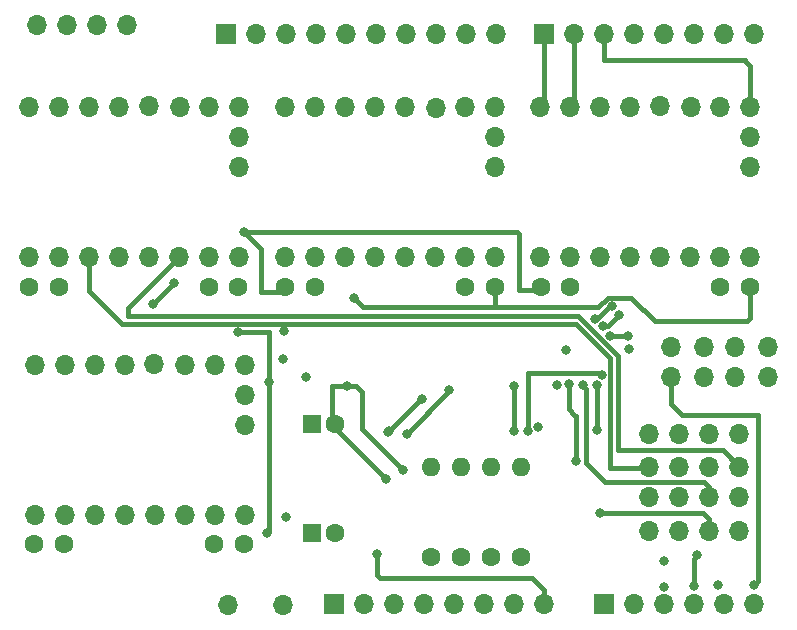
<source format=gbr>
%TF.GenerationSoftware,KiCad,Pcbnew,(6.0.6)*%
%TF.CreationDate,2022-07-08T14:07:57+08:00*%
%TF.ProjectId,Stepper,53746570-7065-4722-9e6b-696361645f70,rev?*%
%TF.SameCoordinates,Original*%
%TF.FileFunction,Copper,L2,Inr*%
%TF.FilePolarity,Positive*%
%FSLAX46Y46*%
G04 Gerber Fmt 4.6, Leading zero omitted, Abs format (unit mm)*
G04 Created by KiCad (PCBNEW (6.0.6)) date 2022-07-08 14:07:57*
%MOMM*%
%LPD*%
G01*
G04 APERTURE LIST*
%TA.AperFunction,ComponentPad*%
%ADD10R,1.700000X1.700000*%
%TD*%
%TA.AperFunction,ComponentPad*%
%ADD11O,1.700000X1.700000*%
%TD*%
%TA.AperFunction,ComponentPad*%
%ADD12C,1.600000*%
%TD*%
%TA.AperFunction,ComponentPad*%
%ADD13O,1.600000X1.600000*%
%TD*%
%TA.AperFunction,ComponentPad*%
%ADD14R,1.600000X1.600000*%
%TD*%
%TA.AperFunction,ViaPad*%
%ADD15C,0.800000*%
%TD*%
%TA.AperFunction,Conductor*%
%ADD16C,0.400000*%
%TD*%
G04 APERTURE END LIST*
D10*
%TO.N,unconnected-(J1-Pad1)*%
%TO.C,J1*%
X127940000Y-97460000D03*
D11*
%TO.N,/IOREF*%
X130480000Y-97460000D03*
%TO.N,/~{RESET}*%
X133020000Y-97460000D03*
%TO.N,+3V3*%
X135560000Y-97460000D03*
%TO.N,+5V*%
X138100000Y-97460000D03*
%TO.N,GND*%
X140640000Y-97460000D03*
X143180000Y-97460000D03*
%TO.N,VCC*%
X145720000Y-97460000D03*
%TD*%
D10*
%TO.N,/A0*%
%TO.C,J3*%
X150800000Y-97460000D03*
D11*
%TO.N,/A1*%
X153340000Y-97460000D03*
%TO.N,/A2*%
X155880000Y-97460000D03*
%TO.N,/A3*%
X158420000Y-97460000D03*
%TO.N,/SDA{slash}A4*%
X160960000Y-97460000D03*
%TO.N,/SCL{slash}A5*%
X163500000Y-97460000D03*
%TD*%
D10*
%TO.N,/SCL{slash}A5*%
%TO.C,J2*%
X118796000Y-49200000D03*
D11*
%TO.N,/SDA{slash}A4*%
X121336000Y-49200000D03*
%TO.N,/AREF*%
X123876000Y-49200000D03*
%TO.N,GND*%
X126416000Y-49200000D03*
%TO.N,/13*%
X128956000Y-49200000D03*
%TO.N,/12*%
X131496000Y-49200000D03*
%TO.N,/\u002A11*%
X134036000Y-49200000D03*
%TO.N,/\u002A10*%
X136576000Y-49200000D03*
%TO.N,/\u002A9*%
X139116000Y-49200000D03*
%TO.N,/8*%
X141656000Y-49200000D03*
%TD*%
D10*
%TO.N,/7*%
%TO.C,J4*%
X145720000Y-49200000D03*
D11*
%TO.N,/\u002A6*%
X148260000Y-49200000D03*
%TO.N,/\u002A5*%
X150800000Y-49200000D03*
%TO.N,/4*%
X153340000Y-49200000D03*
%TO.N,/\u002A3*%
X155880000Y-49200000D03*
%TO.N,/2*%
X158420000Y-49200000D03*
%TO.N,/TX{slash}1*%
X160960000Y-49200000D03*
%TO.N,/RX{slash}0*%
X163500000Y-49200000D03*
%TD*%
%TO.N,N/C*%
%TO.C,*%
X119900000Y-57840000D03*
%TD*%
%TO.N,N/C*%
%TO.C,*%
X133970000Y-68060000D03*
%TD*%
%TO.N,N/C*%
%TO.C,*%
X156500000Y-75660000D03*
%TD*%
%TO.N,N/C*%
%TO.C,*%
X133925799Y-55355827D03*
%TD*%
%TO.N,N/C*%
%TO.C,*%
X131430000Y-68060000D03*
%TD*%
%TO.N,N/C*%
%TO.C,*%
X104660000Y-68000000D03*
%TD*%
%TO.N,N/C*%
%TO.C,*%
X156500000Y-78200000D03*
%TD*%
%TO.N,N/C*%
%TO.C,*%
X117824201Y-77144173D03*
%TD*%
%TO.N,N/C*%
%TO.C,*%
X112700000Y-77140000D03*
%TD*%
%TO.N,N/C*%
%TO.C,*%
X158191710Y-55371710D03*
%TD*%
D12*
%TO.N,N/C*%
%TO.C,REF\u002A\u002A*%
X139050000Y-70600000D03*
X141550000Y-70600000D03*
%TD*%
D11*
%TO.N,N/C*%
%TO.C,*%
X117360000Y-68000000D03*
%TD*%
%TO.N,N/C*%
%TO.C,*%
X147960000Y-55300000D03*
%TD*%
%TO.N,N/C*%
%TO.C,*%
X162220000Y-83000000D03*
%TD*%
%TO.N,N/C*%
%TO.C,*%
X147960000Y-68000000D03*
%TD*%
%TO.N,N/C*%
%TO.C,*%
X157160000Y-91200000D03*
%TD*%
%TO.N,N/C*%
%TO.C,*%
X105124201Y-77144173D03*
%TD*%
%TO.N,N/C*%
%TO.C,*%
X120364201Y-82224173D03*
%TD*%
%TO.N,N/C*%
%TO.C,*%
X139050000Y-68060000D03*
%TD*%
%TO.N,N/C*%
%TO.C,*%
X119900000Y-55300000D03*
%TD*%
%TO.N,N/C*%
%TO.C,*%
X150500000Y-68000000D03*
%TD*%
%TO.N,N/C*%
%TO.C,*%
X154620000Y-91200000D03*
%TD*%
%TO.N,N/C*%
%TO.C,*%
X157140000Y-83000000D03*
%TD*%
%TO.N,N/C*%
%TO.C,*%
X145420000Y-68000000D03*
%TD*%
%TO.N,N/C*%
%TO.C,*%
X163200000Y-68000000D03*
%TD*%
%TO.N,N/C*%
%TO.C,*%
X159680000Y-83000000D03*
%TD*%
%TO.N,N/C*%
%TO.C,*%
X150500000Y-55300000D03*
%TD*%
%TO.N,N/C*%
%TO.C,*%
X163200000Y-60380000D03*
%TD*%
%TO.N,N/C*%
%TO.C,*%
X123810000Y-55360000D03*
%TD*%
%TO.N,N/C*%
%TO.C,*%
X119900000Y-60380000D03*
%TD*%
D12*
%TO.N,N/C*%
%TO.C,REF\u002A\u002A*%
X160660000Y-70540000D03*
X163160000Y-70540000D03*
%TD*%
%TO.N,N/C*%
%TO.C,REF\u002A\u002A*%
X143800000Y-93400000D03*
D13*
X143800000Y-85780000D03*
%TD*%
D11*
%TO.N,N/C*%
%TO.C,*%
X126350000Y-68060000D03*
%TD*%
%TO.N,N/C*%
%TO.C,*%
X115355911Y-77215883D03*
%TD*%
%TO.N,N/C*%
%TO.C,*%
X109740000Y-55300000D03*
%TD*%
%TO.N,N/C*%
%TO.C,*%
X114891710Y-55371710D03*
%TD*%
%TO.N,N/C*%
%TO.C,*%
X141590000Y-68060000D03*
%TD*%
%TO.N,N/C*%
%TO.C,*%
X102584201Y-77144173D03*
%TD*%
%TO.N,N/C*%
%TO.C,*%
X164700000Y-78180000D03*
%TD*%
%TO.N,N/C*%
%TO.C,*%
X161900000Y-78180000D03*
%TD*%
%TO.N,N/C*%
%TO.C,*%
X157160000Y-88400000D03*
%TD*%
%TO.N,N/C*%
%TO.C,*%
X107860000Y-48400000D03*
%TD*%
%TO.N,N/C*%
%TO.C,*%
X159700000Y-91200000D03*
%TD*%
%TO.N,N/C*%
%TO.C,*%
X128890000Y-68060000D03*
%TD*%
%TO.N,N/C*%
%TO.C,*%
X102584201Y-89844173D03*
%TD*%
%TO.N,N/C*%
%TO.C,*%
X160660000Y-68000000D03*
%TD*%
%TO.N,N/C*%
%TO.C,*%
X131430000Y-55360000D03*
%TD*%
D12*
%TO.N,N/C*%
%TO.C,REF\u002A\u002A*%
X136180000Y-93400000D03*
D13*
X136180000Y-85780000D03*
%TD*%
D11*
%TO.N,N/C*%
%TO.C,*%
X105124201Y-89844173D03*
%TD*%
%TO.N,N/C*%
%TO.C,*%
X157160000Y-85800000D03*
%TD*%
%TO.N,N/C*%
%TO.C,*%
X153040000Y-68000000D03*
%TD*%
%TO.N,N/C*%
%TO.C,*%
X141590000Y-55360000D03*
%TD*%
%TO.N,N/C*%
%TO.C,*%
X119900000Y-68000000D03*
%TD*%
%TO.N,N/C*%
%TO.C,*%
X117824201Y-89844173D03*
%TD*%
D14*
%TO.N,N/C*%
%TO.C,REF\u002A\u002A*%
X126044888Y-91400000D03*
D12*
X128044888Y-91400000D03*
%TD*%
D11*
%TO.N,N/C*%
%TO.C,*%
X104660000Y-55300000D03*
%TD*%
D12*
%TO.N,N/C*%
%TO.C,REF\u002A\u002A*%
X138720000Y-93400000D03*
D13*
X138720000Y-85780000D03*
%TD*%
D11*
%TO.N,N/C*%
%TO.C,*%
X161900000Y-75640000D03*
%TD*%
%TO.N,N/C*%
%TO.C,*%
X102120000Y-55300000D03*
%TD*%
%TO.N,N/C*%
%TO.C,*%
X163200000Y-57840000D03*
%TD*%
%TO.N,N/C*%
%TO.C,*%
X154620000Y-85800000D03*
%TD*%
%TO.N,N/C*%
%TO.C,*%
X162240000Y-88400000D03*
%TD*%
%TO.N,N/C*%
%TO.C,*%
X136581710Y-55431710D03*
%TD*%
%TO.N,N/C*%
%TO.C,*%
X155580000Y-68000000D03*
%TD*%
%TO.N,N/C*%
%TO.C,*%
X164700000Y-75640000D03*
%TD*%
%TO.N,N/C*%
%TO.C,*%
X141590000Y-60440000D03*
%TD*%
D12*
%TO.N,N/C*%
%TO.C,REF\u002A\u002A*%
X141260000Y-93400000D03*
D13*
X141260000Y-85780000D03*
%TD*%
D11*
%TO.N,N/C*%
%TO.C,*%
X109740000Y-68000000D03*
%TD*%
%TO.N,N/C*%
%TO.C,*%
X136510000Y-68060000D03*
%TD*%
%TO.N,N/C*%
%TO.C,*%
X159700000Y-85800000D03*
%TD*%
%TO.N,N/C*%
%TO.C,*%
X154620000Y-88400000D03*
%TD*%
%TO.N,N/C*%
%TO.C,*%
X160660000Y-55300000D03*
%TD*%
%TO.N,N/C*%
%TO.C,*%
X114820000Y-68000000D03*
%TD*%
%TO.N,N/C*%
%TO.C,*%
X123810000Y-68060000D03*
%TD*%
%TO.N,N/C*%
%TO.C,*%
X120364201Y-89844173D03*
%TD*%
%TO.N,N/C*%
%TO.C,*%
X107664201Y-89844173D03*
%TD*%
%TO.N,N/C*%
%TO.C,*%
X128890000Y-55360000D03*
%TD*%
%TO.N,N/C*%
%TO.C,*%
X117360000Y-55300000D03*
%TD*%
%TO.N,N/C*%
%TO.C,*%
X155535799Y-55295827D03*
%TD*%
%TO.N,N/C*%
%TO.C,*%
X163200000Y-55300000D03*
%TD*%
%TO.N,N/C*%
%TO.C,*%
X159700000Y-88400000D03*
%TD*%
D12*
%TO.N,N/C*%
%TO.C,REF\u002A\u002A*%
X145460000Y-70540000D03*
X147960000Y-70540000D03*
%TD*%
D11*
%TO.N,GND*%
%TO.C,*%
X123600000Y-97500000D03*
%TD*%
%TO.N,N/C*%
%TO.C,*%
X115284201Y-89844173D03*
%TD*%
%TO.N,N/C*%
%TO.C,*%
X126350000Y-55360000D03*
%TD*%
D14*
%TO.N,N/C*%
%TO.C,REF\u002A\u002A*%
X126044888Y-82200000D03*
D12*
X128044888Y-82200000D03*
%TD*%
D11*
%TO.N,N/C*%
%TO.C,*%
X112280000Y-68000000D03*
%TD*%
%TO.N,N/C*%
%TO.C,*%
X159300000Y-75640000D03*
%TD*%
D12*
%TO.N,N/C*%
%TO.C,REF\u002A\u002A*%
X123810000Y-70600000D03*
X126310000Y-70600000D03*
%TD*%
D11*
%TO.N,N/C*%
%TO.C,*%
X107200000Y-55300000D03*
%TD*%
%TO.N,N/C*%
%TO.C,*%
X110204201Y-77144173D03*
%TD*%
%TO.N,N/C*%
%TO.C,*%
X153040000Y-55300000D03*
%TD*%
%TO.N,VCC*%
%TO.C,*%
X119000000Y-97500000D03*
%TD*%
%TO.N,N/C*%
%TO.C,*%
X102120000Y-68000000D03*
%TD*%
%TO.N,N/C*%
%TO.C,*%
X110204201Y-89844173D03*
%TD*%
D12*
%TO.N,N/C*%
%TO.C,REF\u002A\u002A*%
X102540000Y-92380000D03*
X105040000Y-92380000D03*
%TD*%
D11*
%TO.N,N/C*%
%TO.C,*%
X162240000Y-85800000D03*
%TD*%
%TO.N,N/C*%
%TO.C,*%
X112744201Y-89844173D03*
%TD*%
%TO.N,N/C*%
%TO.C,*%
X107200000Y-68000000D03*
%TD*%
%TO.N,N/C*%
%TO.C,*%
X141590000Y-57900000D03*
%TD*%
%TO.N,N/C*%
%TO.C,*%
X162240000Y-91200000D03*
%TD*%
%TO.N,N/C*%
%TO.C,*%
X145420000Y-55300000D03*
%TD*%
%TO.N,N/C*%
%TO.C,*%
X120364201Y-79684173D03*
%TD*%
%TO.N,N/C*%
%TO.C,*%
X158120000Y-68000000D03*
%TD*%
D12*
%TO.N,N/C*%
%TO.C,REF\u002A\u002A*%
X117780000Y-92380000D03*
X120280000Y-92380000D03*
%TD*%
%TO.N,N/C*%
%TO.C,REF\u002A\u002A*%
X102146709Y-70571710D03*
X104646709Y-70571710D03*
%TD*%
D11*
%TO.N,N/C*%
%TO.C,*%
X110400000Y-48400000D03*
%TD*%
%TO.N,N/C*%
%TO.C,*%
X112235799Y-55295827D03*
%TD*%
%TO.N,N/C*%
%TO.C,*%
X154600000Y-83000000D03*
%TD*%
%TO.N,N/C*%
%TO.C,*%
X102780000Y-48400000D03*
%TD*%
%TO.N,N/C*%
%TO.C,*%
X120364201Y-77144173D03*
%TD*%
%TO.N,N/C*%
%TO.C,*%
X105320000Y-48400000D03*
%TD*%
%TO.N,N/C*%
%TO.C,*%
X159300000Y-78180000D03*
%TD*%
%TO.N,N/C*%
%TO.C,*%
X139050000Y-55360000D03*
%TD*%
%TO.N,N/C*%
%TO.C,*%
X107664201Y-77144173D03*
%TD*%
D12*
%TO.N,N/C*%
%TO.C,REF\u002A\u002A*%
X117315799Y-70540000D03*
X119815799Y-70540000D03*
%TD*%
D15*
%TO.N,*%
X152800000Y-74700000D03*
X137700000Y-79300000D03*
X150200000Y-78900000D03*
X135400000Y-80100000D03*
X150200000Y-78900000D03*
X158700000Y-93300000D03*
X131600000Y-93200000D03*
X132550000Y-82850000D03*
X134100000Y-83000000D03*
X148400000Y-85300000D03*
X151300000Y-74700000D03*
X134100000Y-83000000D03*
X150600000Y-78000000D03*
X149000000Y-78900000D03*
X134100000Y-83000000D03*
X132600000Y-82800000D03*
X150700000Y-73900000D03*
X147800000Y-78800000D03*
X145200000Y-82400000D03*
X150200000Y-82700000D03*
X143200000Y-79000000D03*
X144350000Y-82750000D03*
X150000000Y-73300000D03*
X152900000Y-75800000D03*
X134100000Y-83000000D03*
X150500000Y-89700000D03*
X143200000Y-82800000D03*
X151500000Y-72200000D03*
X123700000Y-74300000D03*
X152050000Y-72950000D03*
X146800000Y-78900000D03*
X145200000Y-82400000D03*
X147800000Y-78800000D03*
X114400000Y-70200000D03*
%TO.N,GND*%
X120350000Y-65950000D03*
X123850000Y-90050000D03*
X132350000Y-86850000D03*
X129000000Y-79000000D03*
X123600000Y-76700000D03*
X133800000Y-86100000D03*
%TO.N,+5V*%
X147600000Y-75900000D03*
X112600000Y-72000000D03*
X125600000Y-78200000D03*
%TO.N,/A2*%
X155880000Y-96020000D03*
X155850000Y-93750000D03*
%TO.N,/A3*%
X158420000Y-95920000D03*
%TO.N,/SDA{slash}A4*%
X160450000Y-95850000D03*
%TO.N,/SCL{slash}A5*%
X163500000Y-95800000D03*
%TO.N,VCC*%
X129600000Y-71500000D03*
X119815799Y-74400000D03*
X122400000Y-78600000D03*
X122300000Y-91400000D03*
%TD*%
D16*
%TO.N,*%
X137700000Y-79300000D02*
X137700000Y-79400000D01*
X150200000Y-73300000D02*
X151300000Y-72200000D01*
X151300000Y-76600000D02*
X151300000Y-85900000D01*
X148300000Y-81400000D02*
X148400000Y-81500000D01*
X159300000Y-87100000D02*
X159700000Y-87500000D01*
X152000000Y-76400000D02*
X152000000Y-84400000D01*
X159200000Y-89700000D02*
X159700000Y-90200000D01*
X147800000Y-78800000D02*
X147800000Y-80900000D01*
X147800000Y-80900000D02*
X148300000Y-81400000D01*
X150500000Y-77900000D02*
X150600000Y-78000000D01*
X114820000Y-68000000D02*
X110500000Y-72320000D01*
X149300000Y-85500000D02*
X150900000Y-87100000D01*
X154520000Y-85900000D02*
X154620000Y-85800000D01*
X151300000Y-85900000D02*
X154520000Y-85900000D01*
X148400000Y-81500000D02*
X148400000Y-85300000D01*
X150500000Y-89700000D02*
X159200000Y-89700000D01*
X144400000Y-77900000D02*
X150500000Y-77900000D01*
X137700000Y-79400000D02*
X134100000Y-83000000D01*
X150000000Y-73300000D02*
X150200000Y-73300000D01*
X148400000Y-73700000D02*
X151300000Y-76600000D01*
X143200000Y-79000000D02*
X143200000Y-82800000D01*
X150700000Y-73900000D02*
X151100000Y-73900000D01*
X159700000Y-90200000D02*
X159700000Y-91200000D01*
X160840000Y-84400000D02*
X162240000Y-85800000D01*
X144350000Y-82750000D02*
X144400000Y-82700000D01*
X144400000Y-82700000D02*
X144400000Y-77900000D01*
X159700000Y-87500000D02*
X159700000Y-88400000D01*
X107200000Y-68000000D02*
X107200000Y-70900000D01*
X107200000Y-70900000D02*
X110000000Y-73700000D01*
X132550000Y-82850000D02*
X135300000Y-80100000D01*
X150200000Y-78900000D02*
X150200000Y-82700000D01*
X151300000Y-72200000D02*
X151500000Y-72200000D01*
X150900000Y-87100000D02*
X159300000Y-87100000D01*
X149300000Y-79200000D02*
X149300000Y-85500000D01*
X110500000Y-72320000D02*
X110500000Y-73000000D01*
X151100000Y-73900000D02*
X152050000Y-72950000D01*
X110000000Y-73700000D02*
X148400000Y-73700000D01*
X152000000Y-84400000D02*
X160840000Y-84400000D01*
X110500000Y-73000000D02*
X148600000Y-73000000D01*
X152800000Y-74700000D02*
X151300000Y-74700000D01*
X148600000Y-73000000D02*
X152000000Y-76400000D01*
X149000000Y-78900000D02*
X149300000Y-79200000D01*
X135300000Y-80100000D02*
X135400000Y-80100000D01*
%TO.N,GND*%
X130300000Y-79500000D02*
X129800000Y-79000000D01*
X127800000Y-79000000D02*
X127800000Y-81955112D01*
X128044888Y-82544888D02*
X128044888Y-82200000D01*
X129000000Y-79000000D02*
X127800000Y-79000000D01*
X127800000Y-81955112D02*
X128044888Y-82200000D01*
X120350000Y-65950000D02*
X143450000Y-65950000D01*
X143450000Y-65950000D02*
X143600000Y-66100000D01*
X129800000Y-79000000D02*
X129000000Y-79000000D01*
X120350000Y-65950000D02*
X121800000Y-67400000D01*
X133800000Y-86100000D02*
X130300000Y-82600000D01*
X132350000Y-86850000D02*
X128044888Y-82544888D01*
X130300000Y-82600000D02*
X130300000Y-79500000D01*
X121800000Y-71000000D02*
X123410000Y-71000000D01*
X143600000Y-66100000D02*
X143600000Y-70800000D01*
X121800000Y-67400000D02*
X121800000Y-71000000D01*
X145200000Y-70800000D02*
X145460000Y-70540000D01*
X123410000Y-71000000D02*
X123810000Y-70600000D01*
X143600000Y-70800000D02*
X145200000Y-70800000D01*
%TO.N,+5V*%
X112600000Y-72000000D02*
X114400000Y-70200000D01*
%TO.N,/A3*%
X158420000Y-93580000D02*
X158700000Y-93300000D01*
X158420000Y-95920000D02*
X158420000Y-93580000D01*
%TO.N,/SCL{slash}A5*%
X157400000Y-81400000D02*
X163800000Y-81400000D01*
X163800000Y-95500000D02*
X163500000Y-95800000D01*
X156500000Y-80500000D02*
X157400000Y-81400000D01*
X156500000Y-78200000D02*
X156500000Y-80500000D01*
X163800000Y-81400000D02*
X163800000Y-95500000D01*
%TO.N,/7*%
X145720000Y-49200000D02*
X145720000Y-55000000D01*
X145720000Y-55000000D02*
X145420000Y-55300000D01*
%TO.N,/\u002A6*%
X148260000Y-49200000D02*
X148260000Y-55000000D01*
X148260000Y-55000000D02*
X147960000Y-55300000D01*
%TO.N,/\u002A5*%
X162700000Y-51400000D02*
X150800000Y-51400000D01*
X150800000Y-51400000D02*
X150800000Y-49200000D01*
X163200000Y-51900000D02*
X162800000Y-51500000D01*
X163200000Y-55300000D02*
X163200000Y-51900000D01*
X162800000Y-51500000D02*
X162700000Y-51400000D01*
%TO.N,VCC*%
X144700000Y-95200000D02*
X145720000Y-96220000D01*
X122400000Y-91300000D02*
X122300000Y-91400000D01*
X131600000Y-93200000D02*
X131600000Y-95000000D01*
X153100000Y-71500000D02*
X155100000Y-73500000D01*
X131600000Y-95000000D02*
X131800000Y-95200000D01*
X119815799Y-74400000D02*
X122400000Y-74400000D01*
X155100000Y-73500000D02*
X162900000Y-73500000D01*
X163200000Y-73200000D02*
X163200000Y-70580000D01*
X141600000Y-72200000D02*
X141500000Y-72300000D01*
X141550000Y-70600000D02*
X141550000Y-72150000D01*
X151100000Y-71500000D02*
X153100000Y-71500000D01*
X163200000Y-70580000D02*
X163160000Y-70540000D01*
X130400000Y-72300000D02*
X141500000Y-72300000D01*
X145720000Y-96220000D02*
X145720000Y-97460000D01*
X141550000Y-72150000D02*
X141600000Y-72200000D01*
X162900000Y-73500000D02*
X163200000Y-73200000D01*
X131800000Y-95200000D02*
X144700000Y-95200000D01*
X141500000Y-72300000D02*
X150300000Y-72300000D01*
X150300000Y-72300000D02*
X151100000Y-71500000D01*
X122400000Y-74400000D02*
X122400000Y-91300000D01*
X129600000Y-71500000D02*
X130400000Y-72300000D01*
%TD*%
M02*

</source>
